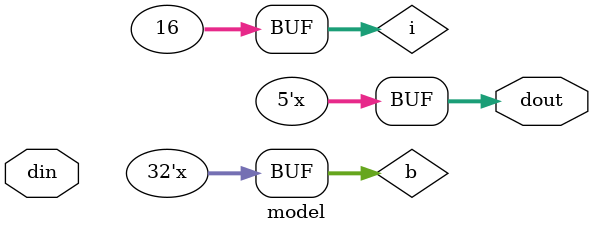
<source format=sv>
module model #(parameter
  DATA_WIDTH = 16
) (
  input [DATA_WIDTH-1:0] din,
  output logic [$clog2(DATA_WIDTH):0] dout
);

	int i;
  	int b = 0;

    always_comb begin
      for(i = 0; i < DATA_WIDTH; i++) begin
        b = din[i] + b;
      end
    end

    assign dout = b;

endmodule

</source>
